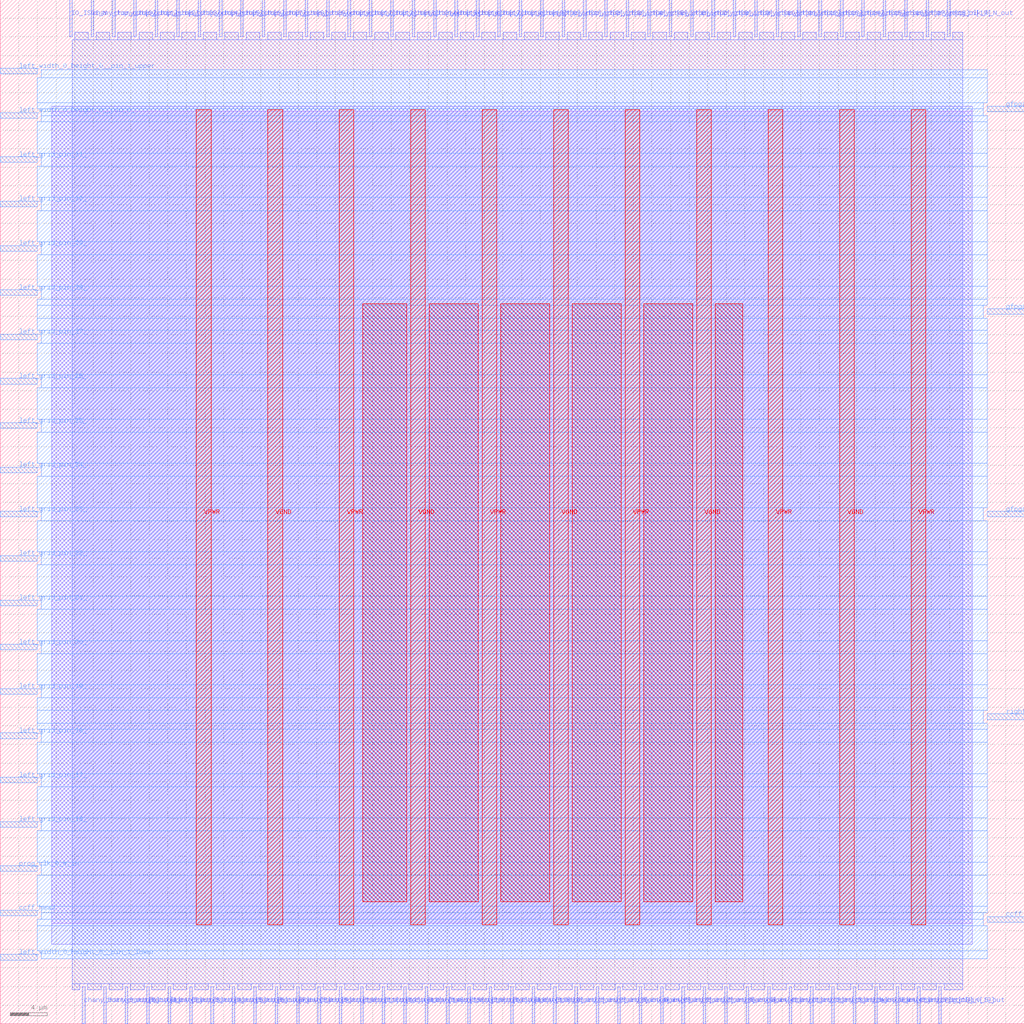
<source format=lef>
VERSION 5.7 ;
  NOWIREEXTENSIONATPIN ON ;
  DIVIDERCHAR "/" ;
  BUSBITCHARS "[]" ;
MACRO cby_2__1_
  CLASS BLOCK ;
  FOREIGN cby_2__1_ ;
  ORIGIN 0.000 0.000 ;
  SIZE 110.000 BY 110.000 ;
  PIN IO_ISOL_N
    DIRECTION INPUT ;
    USE SIGNAL ;
    PORT
      LAYER met2 ;
        RECT 7.450 106.000 7.730 110.000 ;
    END
  END IO_ISOL_N
  PIN VGND
    DIRECTION INOUT ;
    USE GROUND ;
    PORT
      LAYER met4 ;
        RECT 28.720 10.640 30.320 98.160 ;
    END
    PORT
      LAYER met4 ;
        RECT 44.080 10.640 45.680 98.160 ;
    END
    PORT
      LAYER met4 ;
        RECT 59.440 10.640 61.040 98.160 ;
    END
    PORT
      LAYER met4 ;
        RECT 74.800 10.640 76.400 98.160 ;
    END
    PORT
      LAYER met4 ;
        RECT 90.160 10.640 91.760 98.160 ;
    END
  END VGND
  PIN VPWR
    DIRECTION INOUT ;
    USE POWER ;
    PORT
      LAYER met4 ;
        RECT 21.040 10.640 22.640 98.160 ;
    END
    PORT
      LAYER met4 ;
        RECT 36.400 10.640 38.000 98.160 ;
    END
    PORT
      LAYER met4 ;
        RECT 51.760 10.640 53.360 98.160 ;
    END
    PORT
      LAYER met4 ;
        RECT 67.120 10.640 68.720 98.160 ;
    END
    PORT
      LAYER met4 ;
        RECT 82.480 10.640 84.080 98.160 ;
    END
    PORT
      LAYER met4 ;
        RECT 97.840 10.640 99.440 98.160 ;
    END
  END VPWR
  PIN ccff_head
    DIRECTION INPUT ;
    USE SIGNAL ;
    PORT
      LAYER met3 ;
        RECT 0.000 11.600 4.000 12.200 ;
    END
  END ccff_head
  PIN ccff_tail
    DIRECTION OUTPUT TRISTATE ;
    USE SIGNAL ;
    PORT
      LAYER met3 ;
        RECT 106.000 10.920 110.000 11.520 ;
    END
  END ccff_tail
  PIN chany_bottom_in[0]
    DIRECTION INPUT ;
    USE SIGNAL ;
    PORT
      LAYER met2 ;
        RECT 54.830 0.000 55.110 4.000 ;
    END
  END chany_bottom_in[0]
  PIN chany_bottom_in[10]
    DIRECTION INPUT ;
    USE SIGNAL ;
    PORT
      LAYER met2 ;
        RECT 77.830 0.000 78.110 4.000 ;
    END
  END chany_bottom_in[10]
  PIN chany_bottom_in[11]
    DIRECTION INPUT ;
    USE SIGNAL ;
    PORT
      LAYER met2 ;
        RECT 80.130 0.000 80.410 4.000 ;
    END
  END chany_bottom_in[11]
  PIN chany_bottom_in[12]
    DIRECTION INPUT ;
    USE SIGNAL ;
    PORT
      LAYER met2 ;
        RECT 82.430 0.000 82.710 4.000 ;
    END
  END chany_bottom_in[12]
  PIN chany_bottom_in[13]
    DIRECTION INPUT ;
    USE SIGNAL ;
    PORT
      LAYER met2 ;
        RECT 84.730 0.000 85.010 4.000 ;
    END
  END chany_bottom_in[13]
  PIN chany_bottom_in[14]
    DIRECTION INPUT ;
    USE SIGNAL ;
    PORT
      LAYER met2 ;
        RECT 87.030 0.000 87.310 4.000 ;
    END
  END chany_bottom_in[14]
  PIN chany_bottom_in[15]
    DIRECTION INPUT ;
    USE SIGNAL ;
    PORT
      LAYER met2 ;
        RECT 89.330 0.000 89.610 4.000 ;
    END
  END chany_bottom_in[15]
  PIN chany_bottom_in[16]
    DIRECTION INPUT ;
    USE SIGNAL ;
    PORT
      LAYER met2 ;
        RECT 91.630 0.000 91.910 4.000 ;
    END
  END chany_bottom_in[16]
  PIN chany_bottom_in[17]
    DIRECTION INPUT ;
    USE SIGNAL ;
    PORT
      LAYER met2 ;
        RECT 93.930 0.000 94.210 4.000 ;
    END
  END chany_bottom_in[17]
  PIN chany_bottom_in[18]
    DIRECTION INPUT ;
    USE SIGNAL ;
    PORT
      LAYER met2 ;
        RECT 96.230 0.000 96.510 4.000 ;
    END
  END chany_bottom_in[18]
  PIN chany_bottom_in[19]
    DIRECTION INPUT ;
    USE SIGNAL ;
    PORT
      LAYER met2 ;
        RECT 98.530 0.000 98.810 4.000 ;
    END
  END chany_bottom_in[19]
  PIN chany_bottom_in[1]
    DIRECTION INPUT ;
    USE SIGNAL ;
    PORT
      LAYER met2 ;
        RECT 57.130 0.000 57.410 4.000 ;
    END
  END chany_bottom_in[1]
  PIN chany_bottom_in[2]
    DIRECTION INPUT ;
    USE SIGNAL ;
    PORT
      LAYER met2 ;
        RECT 59.430 0.000 59.710 4.000 ;
    END
  END chany_bottom_in[2]
  PIN chany_bottom_in[3]
    DIRECTION INPUT ;
    USE SIGNAL ;
    PORT
      LAYER met2 ;
        RECT 61.730 0.000 62.010 4.000 ;
    END
  END chany_bottom_in[3]
  PIN chany_bottom_in[4]
    DIRECTION INPUT ;
    USE SIGNAL ;
    PORT
      LAYER met2 ;
        RECT 64.030 0.000 64.310 4.000 ;
    END
  END chany_bottom_in[4]
  PIN chany_bottom_in[5]
    DIRECTION INPUT ;
    USE SIGNAL ;
    PORT
      LAYER met2 ;
        RECT 66.330 0.000 66.610 4.000 ;
    END
  END chany_bottom_in[5]
  PIN chany_bottom_in[6]
    DIRECTION INPUT ;
    USE SIGNAL ;
    PORT
      LAYER met2 ;
        RECT 68.630 0.000 68.910 4.000 ;
    END
  END chany_bottom_in[6]
  PIN chany_bottom_in[7]
    DIRECTION INPUT ;
    USE SIGNAL ;
    PORT
      LAYER met2 ;
        RECT 70.930 0.000 71.210 4.000 ;
    END
  END chany_bottom_in[7]
  PIN chany_bottom_in[8]
    DIRECTION INPUT ;
    USE SIGNAL ;
    PORT
      LAYER met2 ;
        RECT 73.230 0.000 73.510 4.000 ;
    END
  END chany_bottom_in[8]
  PIN chany_bottom_in[9]
    DIRECTION INPUT ;
    USE SIGNAL ;
    PORT
      LAYER met2 ;
        RECT 75.530 0.000 75.810 4.000 ;
    END
  END chany_bottom_in[9]
  PIN chany_bottom_out[0]
    DIRECTION OUTPUT TRISTATE ;
    USE SIGNAL ;
    PORT
      LAYER met2 ;
        RECT 8.830 0.000 9.110 4.000 ;
    END
  END chany_bottom_out[0]
  PIN chany_bottom_out[10]
    DIRECTION OUTPUT TRISTATE ;
    USE SIGNAL ;
    PORT
      LAYER met2 ;
        RECT 31.830 0.000 32.110 4.000 ;
    END
  END chany_bottom_out[10]
  PIN chany_bottom_out[11]
    DIRECTION OUTPUT TRISTATE ;
    USE SIGNAL ;
    PORT
      LAYER met2 ;
        RECT 34.130 0.000 34.410 4.000 ;
    END
  END chany_bottom_out[11]
  PIN chany_bottom_out[12]
    DIRECTION OUTPUT TRISTATE ;
    USE SIGNAL ;
    PORT
      LAYER met2 ;
        RECT 36.430 0.000 36.710 4.000 ;
    END
  END chany_bottom_out[12]
  PIN chany_bottom_out[13]
    DIRECTION OUTPUT TRISTATE ;
    USE SIGNAL ;
    PORT
      LAYER met2 ;
        RECT 38.730 0.000 39.010 4.000 ;
    END
  END chany_bottom_out[13]
  PIN chany_bottom_out[14]
    DIRECTION OUTPUT TRISTATE ;
    USE SIGNAL ;
    PORT
      LAYER met2 ;
        RECT 41.030 0.000 41.310 4.000 ;
    END
  END chany_bottom_out[14]
  PIN chany_bottom_out[15]
    DIRECTION OUTPUT TRISTATE ;
    USE SIGNAL ;
    PORT
      LAYER met2 ;
        RECT 43.330 0.000 43.610 4.000 ;
    END
  END chany_bottom_out[15]
  PIN chany_bottom_out[16]
    DIRECTION OUTPUT TRISTATE ;
    USE SIGNAL ;
    PORT
      LAYER met2 ;
        RECT 45.630 0.000 45.910 4.000 ;
    END
  END chany_bottom_out[16]
  PIN chany_bottom_out[17]
    DIRECTION OUTPUT TRISTATE ;
    USE SIGNAL ;
    PORT
      LAYER met2 ;
        RECT 47.930 0.000 48.210 4.000 ;
    END
  END chany_bottom_out[17]
  PIN chany_bottom_out[18]
    DIRECTION OUTPUT TRISTATE ;
    USE SIGNAL ;
    PORT
      LAYER met2 ;
        RECT 50.230 0.000 50.510 4.000 ;
    END
  END chany_bottom_out[18]
  PIN chany_bottom_out[19]
    DIRECTION OUTPUT TRISTATE ;
    USE SIGNAL ;
    PORT
      LAYER met2 ;
        RECT 52.530 0.000 52.810 4.000 ;
    END
  END chany_bottom_out[19]
  PIN chany_bottom_out[1]
    DIRECTION OUTPUT TRISTATE ;
    USE SIGNAL ;
    PORT
      LAYER met2 ;
        RECT 11.130 0.000 11.410 4.000 ;
    END
  END chany_bottom_out[1]
  PIN chany_bottom_out[2]
    DIRECTION OUTPUT TRISTATE ;
    USE SIGNAL ;
    PORT
      LAYER met2 ;
        RECT 13.430 0.000 13.710 4.000 ;
    END
  END chany_bottom_out[2]
  PIN chany_bottom_out[3]
    DIRECTION OUTPUT TRISTATE ;
    USE SIGNAL ;
    PORT
      LAYER met2 ;
        RECT 15.730 0.000 16.010 4.000 ;
    END
  END chany_bottom_out[3]
  PIN chany_bottom_out[4]
    DIRECTION OUTPUT TRISTATE ;
    USE SIGNAL ;
    PORT
      LAYER met2 ;
        RECT 18.030 0.000 18.310 4.000 ;
    END
  END chany_bottom_out[4]
  PIN chany_bottom_out[5]
    DIRECTION OUTPUT TRISTATE ;
    USE SIGNAL ;
    PORT
      LAYER met2 ;
        RECT 20.330 0.000 20.610 4.000 ;
    END
  END chany_bottom_out[5]
  PIN chany_bottom_out[6]
    DIRECTION OUTPUT TRISTATE ;
    USE SIGNAL ;
    PORT
      LAYER met2 ;
        RECT 22.630 0.000 22.910 4.000 ;
    END
  END chany_bottom_out[6]
  PIN chany_bottom_out[7]
    DIRECTION OUTPUT TRISTATE ;
    USE SIGNAL ;
    PORT
      LAYER met2 ;
        RECT 24.930 0.000 25.210 4.000 ;
    END
  END chany_bottom_out[7]
  PIN chany_bottom_out[8]
    DIRECTION OUTPUT TRISTATE ;
    USE SIGNAL ;
    PORT
      LAYER met2 ;
        RECT 27.230 0.000 27.510 4.000 ;
    END
  END chany_bottom_out[8]
  PIN chany_bottom_out[9]
    DIRECTION OUTPUT TRISTATE ;
    USE SIGNAL ;
    PORT
      LAYER met2 ;
        RECT 29.530 0.000 29.810 4.000 ;
    END
  END chany_bottom_out[9]
  PIN chany_top_in[0]
    DIRECTION INPUT ;
    USE SIGNAL ;
    PORT
      LAYER met2 ;
        RECT 55.750 106.000 56.030 110.000 ;
    END
  END chany_top_in[0]
  PIN chany_top_in[10]
    DIRECTION INPUT ;
    USE SIGNAL ;
    PORT
      LAYER met2 ;
        RECT 78.750 106.000 79.030 110.000 ;
    END
  END chany_top_in[10]
  PIN chany_top_in[11]
    DIRECTION INPUT ;
    USE SIGNAL ;
    PORT
      LAYER met2 ;
        RECT 81.050 106.000 81.330 110.000 ;
    END
  END chany_top_in[11]
  PIN chany_top_in[12]
    DIRECTION INPUT ;
    USE SIGNAL ;
    PORT
      LAYER met2 ;
        RECT 83.350 106.000 83.630 110.000 ;
    END
  END chany_top_in[12]
  PIN chany_top_in[13]
    DIRECTION INPUT ;
    USE SIGNAL ;
    PORT
      LAYER met2 ;
        RECT 85.650 106.000 85.930 110.000 ;
    END
  END chany_top_in[13]
  PIN chany_top_in[14]
    DIRECTION INPUT ;
    USE SIGNAL ;
    PORT
      LAYER met2 ;
        RECT 87.950 106.000 88.230 110.000 ;
    END
  END chany_top_in[14]
  PIN chany_top_in[15]
    DIRECTION INPUT ;
    USE SIGNAL ;
    PORT
      LAYER met2 ;
        RECT 90.250 106.000 90.530 110.000 ;
    END
  END chany_top_in[15]
  PIN chany_top_in[16]
    DIRECTION INPUT ;
    USE SIGNAL ;
    PORT
      LAYER met2 ;
        RECT 92.550 106.000 92.830 110.000 ;
    END
  END chany_top_in[16]
  PIN chany_top_in[17]
    DIRECTION INPUT ;
    USE SIGNAL ;
    PORT
      LAYER met2 ;
        RECT 94.850 106.000 95.130 110.000 ;
    END
  END chany_top_in[17]
  PIN chany_top_in[18]
    DIRECTION INPUT ;
    USE SIGNAL ;
    PORT
      LAYER met2 ;
        RECT 97.150 106.000 97.430 110.000 ;
    END
  END chany_top_in[18]
  PIN chany_top_in[19]
    DIRECTION INPUT ;
    USE SIGNAL ;
    PORT
      LAYER met2 ;
        RECT 99.450 106.000 99.730 110.000 ;
    END
  END chany_top_in[19]
  PIN chany_top_in[1]
    DIRECTION INPUT ;
    USE SIGNAL ;
    PORT
      LAYER met2 ;
        RECT 58.050 106.000 58.330 110.000 ;
    END
  END chany_top_in[1]
  PIN chany_top_in[2]
    DIRECTION INPUT ;
    USE SIGNAL ;
    PORT
      LAYER met2 ;
        RECT 60.350 106.000 60.630 110.000 ;
    END
  END chany_top_in[2]
  PIN chany_top_in[3]
    DIRECTION INPUT ;
    USE SIGNAL ;
    PORT
      LAYER met2 ;
        RECT 62.650 106.000 62.930 110.000 ;
    END
  END chany_top_in[3]
  PIN chany_top_in[4]
    DIRECTION INPUT ;
    USE SIGNAL ;
    PORT
      LAYER met2 ;
        RECT 64.950 106.000 65.230 110.000 ;
    END
  END chany_top_in[4]
  PIN chany_top_in[5]
    DIRECTION INPUT ;
    USE SIGNAL ;
    PORT
      LAYER met2 ;
        RECT 67.250 106.000 67.530 110.000 ;
    END
  END chany_top_in[5]
  PIN chany_top_in[6]
    DIRECTION INPUT ;
    USE SIGNAL ;
    PORT
      LAYER met2 ;
        RECT 69.550 106.000 69.830 110.000 ;
    END
  END chany_top_in[6]
  PIN chany_top_in[7]
    DIRECTION INPUT ;
    USE SIGNAL ;
    PORT
      LAYER met2 ;
        RECT 71.850 106.000 72.130 110.000 ;
    END
  END chany_top_in[7]
  PIN chany_top_in[8]
    DIRECTION INPUT ;
    USE SIGNAL ;
    PORT
      LAYER met2 ;
        RECT 74.150 106.000 74.430 110.000 ;
    END
  END chany_top_in[8]
  PIN chany_top_in[9]
    DIRECTION INPUT ;
    USE SIGNAL ;
    PORT
      LAYER met2 ;
        RECT 76.450 106.000 76.730 110.000 ;
    END
  END chany_top_in[9]
  PIN chany_top_out[0]
    DIRECTION OUTPUT TRISTATE ;
    USE SIGNAL ;
    PORT
      LAYER met2 ;
        RECT 9.750 106.000 10.030 110.000 ;
    END
  END chany_top_out[0]
  PIN chany_top_out[10]
    DIRECTION OUTPUT TRISTATE ;
    USE SIGNAL ;
    PORT
      LAYER met2 ;
        RECT 32.750 106.000 33.030 110.000 ;
    END
  END chany_top_out[10]
  PIN chany_top_out[11]
    DIRECTION OUTPUT TRISTATE ;
    USE SIGNAL ;
    PORT
      LAYER met2 ;
        RECT 35.050 106.000 35.330 110.000 ;
    END
  END chany_top_out[11]
  PIN chany_top_out[12]
    DIRECTION OUTPUT TRISTATE ;
    USE SIGNAL ;
    PORT
      LAYER met2 ;
        RECT 37.350 106.000 37.630 110.000 ;
    END
  END chany_top_out[12]
  PIN chany_top_out[13]
    DIRECTION OUTPUT TRISTATE ;
    USE SIGNAL ;
    PORT
      LAYER met2 ;
        RECT 39.650 106.000 39.930 110.000 ;
    END
  END chany_top_out[13]
  PIN chany_top_out[14]
    DIRECTION OUTPUT TRISTATE ;
    USE SIGNAL ;
    PORT
      LAYER met2 ;
        RECT 41.950 106.000 42.230 110.000 ;
    END
  END chany_top_out[14]
  PIN chany_top_out[15]
    DIRECTION OUTPUT TRISTATE ;
    USE SIGNAL ;
    PORT
      LAYER met2 ;
        RECT 44.250 106.000 44.530 110.000 ;
    END
  END chany_top_out[15]
  PIN chany_top_out[16]
    DIRECTION OUTPUT TRISTATE ;
    USE SIGNAL ;
    PORT
      LAYER met2 ;
        RECT 46.550 106.000 46.830 110.000 ;
    END
  END chany_top_out[16]
  PIN chany_top_out[17]
    DIRECTION OUTPUT TRISTATE ;
    USE SIGNAL ;
    PORT
      LAYER met2 ;
        RECT 48.850 106.000 49.130 110.000 ;
    END
  END chany_top_out[17]
  PIN chany_top_out[18]
    DIRECTION OUTPUT TRISTATE ;
    USE SIGNAL ;
    PORT
      LAYER met2 ;
        RECT 51.150 106.000 51.430 110.000 ;
    END
  END chany_top_out[18]
  PIN chany_top_out[19]
    DIRECTION OUTPUT TRISTATE ;
    USE SIGNAL ;
    PORT
      LAYER met2 ;
        RECT 53.450 106.000 53.730 110.000 ;
    END
  END chany_top_out[19]
  PIN chany_top_out[1]
    DIRECTION OUTPUT TRISTATE ;
    USE SIGNAL ;
    PORT
      LAYER met2 ;
        RECT 12.050 106.000 12.330 110.000 ;
    END
  END chany_top_out[1]
  PIN chany_top_out[2]
    DIRECTION OUTPUT TRISTATE ;
    USE SIGNAL ;
    PORT
      LAYER met2 ;
        RECT 14.350 106.000 14.630 110.000 ;
    END
  END chany_top_out[2]
  PIN chany_top_out[3]
    DIRECTION OUTPUT TRISTATE ;
    USE SIGNAL ;
    PORT
      LAYER met2 ;
        RECT 16.650 106.000 16.930 110.000 ;
    END
  END chany_top_out[3]
  PIN chany_top_out[4]
    DIRECTION OUTPUT TRISTATE ;
    USE SIGNAL ;
    PORT
      LAYER met2 ;
        RECT 18.950 106.000 19.230 110.000 ;
    END
  END chany_top_out[4]
  PIN chany_top_out[5]
    DIRECTION OUTPUT TRISTATE ;
    USE SIGNAL ;
    PORT
      LAYER met2 ;
        RECT 21.250 106.000 21.530 110.000 ;
    END
  END chany_top_out[5]
  PIN chany_top_out[6]
    DIRECTION OUTPUT TRISTATE ;
    USE SIGNAL ;
    PORT
      LAYER met2 ;
        RECT 23.550 106.000 23.830 110.000 ;
    END
  END chany_top_out[6]
  PIN chany_top_out[7]
    DIRECTION OUTPUT TRISTATE ;
    USE SIGNAL ;
    PORT
      LAYER met2 ;
        RECT 25.850 106.000 26.130 110.000 ;
    END
  END chany_top_out[7]
  PIN chany_top_out[8]
    DIRECTION OUTPUT TRISTATE ;
    USE SIGNAL ;
    PORT
      LAYER met2 ;
        RECT 28.150 106.000 28.430 110.000 ;
    END
  END chany_top_out[8]
  PIN chany_top_out[9]
    DIRECTION OUTPUT TRISTATE ;
    USE SIGNAL ;
    PORT
      LAYER met2 ;
        RECT 30.450 106.000 30.730 110.000 ;
    END
  END chany_top_out[9]
  PIN gfpga_pad_EMBEDDED_IO_HD_SOC_DIR
    DIRECTION OUTPUT TRISTATE ;
    USE SIGNAL ;
    PORT
      LAYER met3 ;
        RECT 106.000 54.440 110.000 55.040 ;
    END
  END gfpga_pad_EMBEDDED_IO_HD_SOC_DIR
  PIN gfpga_pad_EMBEDDED_IO_HD_SOC_IN
    DIRECTION INPUT ;
    USE SIGNAL ;
    PORT
      LAYER met3 ;
        RECT 106.000 76.200 110.000 76.800 ;
    END
  END gfpga_pad_EMBEDDED_IO_HD_SOC_IN
  PIN gfpga_pad_EMBEDDED_IO_HD_SOC_OUT
    DIRECTION OUTPUT TRISTATE ;
    USE SIGNAL ;
    PORT
      LAYER met3 ;
        RECT 106.000 97.960 110.000 98.560 ;
    END
  END gfpga_pad_EMBEDDED_IO_HD_SOC_OUT
  PIN left_grid_pin_16_
    DIRECTION OUTPUT TRISTATE ;
    USE SIGNAL ;
    PORT
      LAYER met3 ;
        RECT 0.000 21.120 4.000 21.720 ;
    END
  END left_grid_pin_16_
  PIN left_grid_pin_17_
    DIRECTION OUTPUT TRISTATE ;
    USE SIGNAL ;
    PORT
      LAYER met3 ;
        RECT 0.000 25.880 4.000 26.480 ;
    END
  END left_grid_pin_17_
  PIN left_grid_pin_18_
    DIRECTION OUTPUT TRISTATE ;
    USE SIGNAL ;
    PORT
      LAYER met3 ;
        RECT 0.000 30.640 4.000 31.240 ;
    END
  END left_grid_pin_18_
  PIN left_grid_pin_19_
    DIRECTION OUTPUT TRISTATE ;
    USE SIGNAL ;
    PORT
      LAYER met3 ;
        RECT 0.000 35.400 4.000 36.000 ;
    END
  END left_grid_pin_19_
  PIN left_grid_pin_20_
    DIRECTION OUTPUT TRISTATE ;
    USE SIGNAL ;
    PORT
      LAYER met3 ;
        RECT 0.000 40.160 4.000 40.760 ;
    END
  END left_grid_pin_20_
  PIN left_grid_pin_21_
    DIRECTION OUTPUT TRISTATE ;
    USE SIGNAL ;
    PORT
      LAYER met3 ;
        RECT 0.000 44.920 4.000 45.520 ;
    END
  END left_grid_pin_21_
  PIN left_grid_pin_22_
    DIRECTION OUTPUT TRISTATE ;
    USE SIGNAL ;
    PORT
      LAYER met3 ;
        RECT 0.000 49.680 4.000 50.280 ;
    END
  END left_grid_pin_22_
  PIN left_grid_pin_23_
    DIRECTION OUTPUT TRISTATE ;
    USE SIGNAL ;
    PORT
      LAYER met3 ;
        RECT 0.000 54.440 4.000 55.040 ;
    END
  END left_grid_pin_23_
  PIN left_grid_pin_24_
    DIRECTION OUTPUT TRISTATE ;
    USE SIGNAL ;
    PORT
      LAYER met3 ;
        RECT 0.000 59.200 4.000 59.800 ;
    END
  END left_grid_pin_24_
  PIN left_grid_pin_25_
    DIRECTION OUTPUT TRISTATE ;
    USE SIGNAL ;
    PORT
      LAYER met3 ;
        RECT 0.000 63.960 4.000 64.560 ;
    END
  END left_grid_pin_25_
  PIN left_grid_pin_26_
    DIRECTION OUTPUT TRISTATE ;
    USE SIGNAL ;
    PORT
      LAYER met3 ;
        RECT 0.000 68.720 4.000 69.320 ;
    END
  END left_grid_pin_26_
  PIN left_grid_pin_27_
    DIRECTION OUTPUT TRISTATE ;
    USE SIGNAL ;
    PORT
      LAYER met3 ;
        RECT 0.000 73.480 4.000 74.080 ;
    END
  END left_grid_pin_27_
  PIN left_grid_pin_28_
    DIRECTION OUTPUT TRISTATE ;
    USE SIGNAL ;
    PORT
      LAYER met3 ;
        RECT 0.000 78.240 4.000 78.840 ;
    END
  END left_grid_pin_28_
  PIN left_grid_pin_29_
    DIRECTION OUTPUT TRISTATE ;
    USE SIGNAL ;
    PORT
      LAYER met3 ;
        RECT 0.000 83.000 4.000 83.600 ;
    END
  END left_grid_pin_29_
  PIN left_grid_pin_30_
    DIRECTION OUTPUT TRISTATE ;
    USE SIGNAL ;
    PORT
      LAYER met3 ;
        RECT 0.000 87.760 4.000 88.360 ;
    END
  END left_grid_pin_30_
  PIN left_grid_pin_31_
    DIRECTION OUTPUT TRISTATE ;
    USE SIGNAL ;
    PORT
      LAYER met3 ;
        RECT 0.000 92.520 4.000 93.120 ;
    END
  END left_grid_pin_31_
  PIN left_width_0_height_0__pin_0_
    DIRECTION INPUT ;
    USE SIGNAL ;
    PORT
      LAYER met3 ;
        RECT 0.000 97.280 4.000 97.880 ;
    END
  END left_width_0_height_0__pin_0_
  PIN left_width_0_height_0__pin_1_lower
    DIRECTION OUTPUT TRISTATE ;
    USE SIGNAL ;
    PORT
      LAYER met3 ;
        RECT 0.000 6.840 4.000 7.440 ;
    END
  END left_width_0_height_0__pin_1_lower
  PIN left_width_0_height_0__pin_1_upper
    DIRECTION OUTPUT TRISTATE ;
    USE SIGNAL ;
    PORT
      LAYER met3 ;
        RECT 0.000 102.040 4.000 102.640 ;
    END
  END left_width_0_height_0__pin_1_upper
  PIN prog_clk_0_N_out
    DIRECTION OUTPUT TRISTATE ;
    USE SIGNAL ;
    PORT
      LAYER met2 ;
        RECT 101.750 106.000 102.030 110.000 ;
    END
  END prog_clk_0_N_out
  PIN prog_clk_0_S_out
    DIRECTION OUTPUT TRISTATE ;
    USE SIGNAL ;
    PORT
      LAYER met2 ;
        RECT 100.830 0.000 101.110 4.000 ;
    END
  END prog_clk_0_S_out
  PIN prog_clk_0_W_in
    DIRECTION INPUT ;
    USE SIGNAL ;
    PORT
      LAYER met3 ;
        RECT 0.000 16.360 4.000 16.960 ;
    END
  END prog_clk_0_W_in
  PIN right_grid_pin_0_
    DIRECTION OUTPUT TRISTATE ;
    USE SIGNAL ;
    PORT
      LAYER met3 ;
        RECT 106.000 32.680 110.000 33.280 ;
    END
  END right_grid_pin_0_
  OBS
      LAYER li1 ;
        RECT 5.520 10.795 104.420 98.005 ;
      LAYER met1 ;
        RECT 5.520 8.540 104.420 98.560 ;
      LAYER met2 ;
        RECT 8.010 105.720 9.470 106.490 ;
        RECT 10.310 105.720 11.770 106.490 ;
        RECT 12.610 105.720 14.070 106.490 ;
        RECT 14.910 105.720 16.370 106.490 ;
        RECT 17.210 105.720 18.670 106.490 ;
        RECT 19.510 105.720 20.970 106.490 ;
        RECT 21.810 105.720 23.270 106.490 ;
        RECT 24.110 105.720 25.570 106.490 ;
        RECT 26.410 105.720 27.870 106.490 ;
        RECT 28.710 105.720 30.170 106.490 ;
        RECT 31.010 105.720 32.470 106.490 ;
        RECT 33.310 105.720 34.770 106.490 ;
        RECT 35.610 105.720 37.070 106.490 ;
        RECT 37.910 105.720 39.370 106.490 ;
        RECT 40.210 105.720 41.670 106.490 ;
        RECT 42.510 105.720 43.970 106.490 ;
        RECT 44.810 105.720 46.270 106.490 ;
        RECT 47.110 105.720 48.570 106.490 ;
        RECT 49.410 105.720 50.870 106.490 ;
        RECT 51.710 105.720 53.170 106.490 ;
        RECT 54.010 105.720 55.470 106.490 ;
        RECT 56.310 105.720 57.770 106.490 ;
        RECT 58.610 105.720 60.070 106.490 ;
        RECT 60.910 105.720 62.370 106.490 ;
        RECT 63.210 105.720 64.670 106.490 ;
        RECT 65.510 105.720 66.970 106.490 ;
        RECT 67.810 105.720 69.270 106.490 ;
        RECT 70.110 105.720 71.570 106.490 ;
        RECT 72.410 105.720 73.870 106.490 ;
        RECT 74.710 105.720 76.170 106.490 ;
        RECT 77.010 105.720 78.470 106.490 ;
        RECT 79.310 105.720 80.770 106.490 ;
        RECT 81.610 105.720 83.070 106.490 ;
        RECT 83.910 105.720 85.370 106.490 ;
        RECT 86.210 105.720 87.670 106.490 ;
        RECT 88.510 105.720 89.970 106.490 ;
        RECT 90.810 105.720 92.270 106.490 ;
        RECT 93.110 105.720 94.570 106.490 ;
        RECT 95.410 105.720 96.870 106.490 ;
        RECT 97.710 105.720 99.170 106.490 ;
        RECT 100.010 105.720 101.470 106.490 ;
        RECT 102.310 105.720 103.400 106.490 ;
        RECT 7.730 4.280 103.400 105.720 ;
        RECT 7.730 3.670 8.550 4.280 ;
        RECT 9.390 3.670 10.850 4.280 ;
        RECT 11.690 3.670 13.150 4.280 ;
        RECT 13.990 3.670 15.450 4.280 ;
        RECT 16.290 3.670 17.750 4.280 ;
        RECT 18.590 3.670 20.050 4.280 ;
        RECT 20.890 3.670 22.350 4.280 ;
        RECT 23.190 3.670 24.650 4.280 ;
        RECT 25.490 3.670 26.950 4.280 ;
        RECT 27.790 3.670 29.250 4.280 ;
        RECT 30.090 3.670 31.550 4.280 ;
        RECT 32.390 3.670 33.850 4.280 ;
        RECT 34.690 3.670 36.150 4.280 ;
        RECT 36.990 3.670 38.450 4.280 ;
        RECT 39.290 3.670 40.750 4.280 ;
        RECT 41.590 3.670 43.050 4.280 ;
        RECT 43.890 3.670 45.350 4.280 ;
        RECT 46.190 3.670 47.650 4.280 ;
        RECT 48.490 3.670 49.950 4.280 ;
        RECT 50.790 3.670 52.250 4.280 ;
        RECT 53.090 3.670 54.550 4.280 ;
        RECT 55.390 3.670 56.850 4.280 ;
        RECT 57.690 3.670 59.150 4.280 ;
        RECT 59.990 3.670 61.450 4.280 ;
        RECT 62.290 3.670 63.750 4.280 ;
        RECT 64.590 3.670 66.050 4.280 ;
        RECT 66.890 3.670 68.350 4.280 ;
        RECT 69.190 3.670 70.650 4.280 ;
        RECT 71.490 3.670 72.950 4.280 ;
        RECT 73.790 3.670 75.250 4.280 ;
        RECT 76.090 3.670 77.550 4.280 ;
        RECT 78.390 3.670 79.850 4.280 ;
        RECT 80.690 3.670 82.150 4.280 ;
        RECT 82.990 3.670 84.450 4.280 ;
        RECT 85.290 3.670 86.750 4.280 ;
        RECT 87.590 3.670 89.050 4.280 ;
        RECT 89.890 3.670 91.350 4.280 ;
        RECT 92.190 3.670 93.650 4.280 ;
        RECT 94.490 3.670 95.950 4.280 ;
        RECT 96.790 3.670 98.250 4.280 ;
        RECT 99.090 3.670 100.550 4.280 ;
        RECT 101.390 3.670 103.400 4.280 ;
      LAYER met3 ;
        RECT 4.400 101.640 106.000 102.505 ;
        RECT 4.000 98.960 106.000 101.640 ;
        RECT 4.000 98.280 105.600 98.960 ;
        RECT 4.400 97.560 105.600 98.280 ;
        RECT 4.400 96.880 106.000 97.560 ;
        RECT 4.000 93.520 106.000 96.880 ;
        RECT 4.400 92.120 106.000 93.520 ;
        RECT 4.000 88.760 106.000 92.120 ;
        RECT 4.400 87.360 106.000 88.760 ;
        RECT 4.000 84.000 106.000 87.360 ;
        RECT 4.400 82.600 106.000 84.000 ;
        RECT 4.000 79.240 106.000 82.600 ;
        RECT 4.400 77.840 106.000 79.240 ;
        RECT 4.000 77.200 106.000 77.840 ;
        RECT 4.000 75.800 105.600 77.200 ;
        RECT 4.000 74.480 106.000 75.800 ;
        RECT 4.400 73.080 106.000 74.480 ;
        RECT 4.000 69.720 106.000 73.080 ;
        RECT 4.400 68.320 106.000 69.720 ;
        RECT 4.000 64.960 106.000 68.320 ;
        RECT 4.400 63.560 106.000 64.960 ;
        RECT 4.000 60.200 106.000 63.560 ;
        RECT 4.400 58.800 106.000 60.200 ;
        RECT 4.000 55.440 106.000 58.800 ;
        RECT 4.400 54.040 105.600 55.440 ;
        RECT 4.000 50.680 106.000 54.040 ;
        RECT 4.400 49.280 106.000 50.680 ;
        RECT 4.000 45.920 106.000 49.280 ;
        RECT 4.400 44.520 106.000 45.920 ;
        RECT 4.000 41.160 106.000 44.520 ;
        RECT 4.400 39.760 106.000 41.160 ;
        RECT 4.000 36.400 106.000 39.760 ;
        RECT 4.400 35.000 106.000 36.400 ;
        RECT 4.000 33.680 106.000 35.000 ;
        RECT 4.000 32.280 105.600 33.680 ;
        RECT 4.000 31.640 106.000 32.280 ;
        RECT 4.400 30.240 106.000 31.640 ;
        RECT 4.000 26.880 106.000 30.240 ;
        RECT 4.400 25.480 106.000 26.880 ;
        RECT 4.000 22.120 106.000 25.480 ;
        RECT 4.400 20.720 106.000 22.120 ;
        RECT 4.000 17.360 106.000 20.720 ;
        RECT 4.400 15.960 106.000 17.360 ;
        RECT 4.000 12.600 106.000 15.960 ;
        RECT 4.400 11.920 106.000 12.600 ;
        RECT 4.400 11.200 105.600 11.920 ;
        RECT 4.000 10.520 105.600 11.200 ;
        RECT 4.000 7.840 106.000 10.520 ;
        RECT 4.400 6.975 106.000 7.840 ;
      LAYER met4 ;
        RECT 38.935 13.095 43.680 77.345 ;
        RECT 46.080 13.095 51.360 77.345 ;
        RECT 53.760 13.095 59.040 77.345 ;
        RECT 61.440 13.095 66.720 77.345 ;
        RECT 69.120 13.095 74.400 77.345 ;
        RECT 76.800 13.095 79.745 77.345 ;
  END
END cby_2__1_
END LIBRARY


</source>
